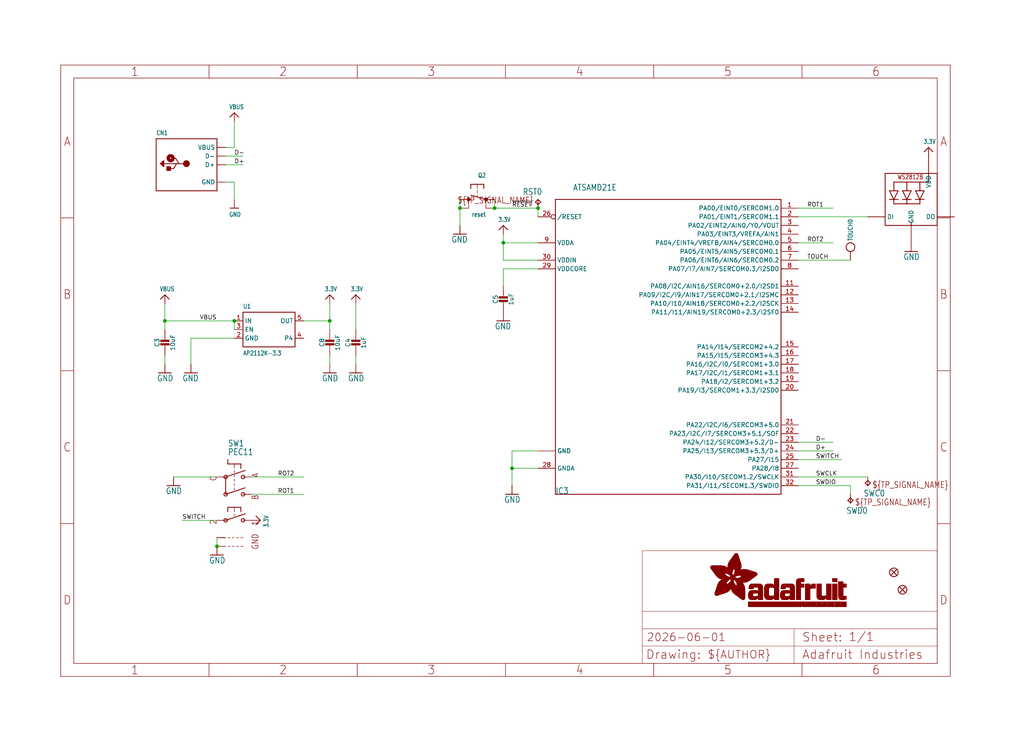
<source format=kicad_sch>
(kicad_sch (version 20230121) (generator eeschema)
  (paper "User" 299.72 217.322)
  (lib_symbols
    (symbol "working-eagle-import:3.3V" (power)
      (property "Value" "3.3V" (at -1.524 1.016 0))
      (symbol "3.3V_1_0"
        (pin power_in line (at 0 -2.54 90) (length 2.54) (name "3.3V") (number "1"))
      )
    )
    (symbol "working-eagle-import:ATSAMD21E"
      (property "Reference" "IC" (at -35.56 -43.18 0))
      (symbol "ATSAMD21E_1_0"
        (pin bidirectional line (at 35.56 40.64 180) (length 5.08) (name "PA00/EINT0/SERCOM1.0") (number "1"))
        (pin power_in line (at -40.64 -30.48 0) (length 5.08) (name "GND") (number "10"))
        (pin bidirectional line (at 35.56 17.78 180) (length 5.08) (name "PA08/I2C/AIN16/SERCOM0+2.0/I2SD1") (number "11"))
        (pin bidirectional line (at 35.56 15.24 180) (length 5.08) (name "PA09/I2C/I9/AIN17/SERCOM0+2.1/I2SMC") (number "12"))
        (pin bidirectional line (at 35.56 12.7 180) (length 5.08) (name "PA10/I10/AIN18/SERCOM0+2.2/I2SCK") (number "13"))
        (pin bidirectional line (at 35.56 10.16 180) (length 5.08) (name "PA11/I11/AIN19/SERCOM0+2.3/I2SF0") (number "14"))
        (pin bidirectional line (at 35.56 0 180) (length 5.08) (name "PA14/I14/SERCOM2+4.2") (number "15"))
        (pin bidirectional line (at 35.56 -2.54 180) (length 5.08) (name "PA15/I15/SERCOM3+4.3") (number "16"))
        (pin bidirectional line (at 35.56 -5.08 180) (length 5.08) (name "PA16/I2C/I0/SERCOM1+3.0") (number "17"))
        (pin bidirectional line (at 35.56 -7.62 180) (length 5.08) (name "PA17/I2C/I1/SERCOM1+3.1") (number "18"))
        (pin bidirectional line (at 35.56 -10.16 180) (length 5.08) (name "PA18/I2/SERCOM1+3.2") (number "19"))
        (pin bidirectional line (at 35.56 38.1 180) (length 5.08) (name "PA01/EINT1/SERCOM1.1") (number "2"))
        (pin bidirectional line (at 35.56 -12.7 180) (length 5.08) (name "PA19/I3/SERCOM1+3.3/I2SD0") (number "20"))
        (pin bidirectional line (at 35.56 -22.86 180) (length 5.08) (name "PA22/I2C/I6/SERCOM3+5.0") (number "21"))
        (pin bidirectional line (at 35.56 -25.4 180) (length 5.08) (name "PA23/I2C/I7/SERCOM3+5.1/SOF") (number "22"))
        (pin bidirectional line (at 35.56 -27.94 180) (length 5.08) (name "PA24/I12/SERCOM3+5.2/D-") (number "23"))
        (pin bidirectional line (at 35.56 -30.48 180) (length 5.08) (name "PA25/I13/SERCOM3+5.3/D+") (number "24"))
        (pin bidirectional line (at 35.56 -33.02 180) (length 5.08) (name "PA27/I15") (number "25"))
        (pin bidirectional inverted (at -40.64 38.1 0) (length 5.08) (name "/RESET") (number "26"))
        (pin bidirectional line (at 35.56 -35.56 180) (length 5.08) (name "PA28/I8") (number "27"))
        (pin power_in line (at -40.64 -35.56 0) (length 5.08) (name "GNDA") (number "28"))
        (pin power_in line (at -40.64 22.86 0) (length 5.08) (name "VDDCORE") (number "29"))
        (pin bidirectional line (at 35.56 35.56 180) (length 5.08) (name "PA02/EINT2/AIN0/Y0/VOUT") (number "3"))
        (pin power_in line (at -40.64 25.4 0) (length 5.08) (name "VDDIN") (number "30"))
        (pin bidirectional line (at 35.56 -38.1 180) (length 5.08) (name "PA30/I10/SECOM1.2/SWCLK") (number "31"))
        (pin bidirectional line (at 35.56 -40.64 180) (length 5.08) (name "PA31/I11/SECOM1.3/SWDIO") (number "32"))
        (pin power_in line (at -40.64 -30.48 0) (length 5.08) (name "GND") (number "33"))
        (pin bidirectional line (at 35.56 33.02 180) (length 5.08) (name "PA03/EINT3/VREFA/AIN1") (number "4"))
        (pin bidirectional line (at 35.56 30.48 180) (length 5.08) (name "PA04/EINT4/VREFB/AIN4/SERCOM0.0") (number "5"))
        (pin bidirectional line (at 35.56 27.94 180) (length 5.08) (name "PA05/EINT5/AIN5/SERCOM0.1") (number "6"))
        (pin bidirectional line (at 35.56 25.4 180) (length 5.08) (name "PA06/EINT6/AIN6/SERCOM0.2") (number "7"))
        (pin bidirectional line (at 35.56 22.86 180) (length 5.08) (name "PA07/I7/AIN7/SERCOM0.3/I2SD0") (number "8"))
        (pin power_in line (at -40.64 30.48 0) (length 5.08) (name "VDDA") (number "9"))
      )
    )
    (symbol "working-eagle-import:CAP_CERAMIC0603_NO"
      (property "Reference" "C" (at -2.29 1.25 90))
      (symbol "CAP_CERAMIC0603_NO_1_0"
        (pin passive line (at 0 5.08 270) (length 2.54) (name "1") (number "1"))
        (pin passive line (at 0 -2.54 90) (length 2.54) (name "2") (number "2"))
      )
    )
    (symbol "working-eagle-import:CAP_CERAMIC0805-NOOUTLINE"
      (property "Reference" "C" (at -2.29 1.25 90))
      (symbol "CAP_CERAMIC0805-NOOUTLINE_1_0"
        (pin passive line (at 0 5.08 270) (length 2.54) (name "1") (number "1"))
        (pin passive line (at 0 -2.54 90) (length 2.54) (name "2") (number "2"))
      )
    )
    (symbol "working-eagle-import:ENCODER_PLUS_SWITCH_PEC11"
      (property "Reference" "SW" (at -1.905 13.97 0))
      (symbol "ENCODER_PLUS_SWITCH_PEC11_1_0"
        (text "1" (at 5.08 -7.62 900) (effects (font (size 1.778 1.5113)) (justify right top)))
        (text "2" (at -5.08 -8.89 900) (effects (font (size 1.778 1.5113)) (justify left bottom)))
        (text "A" (at 5.08 6.35 900) (effects (font (size 1.778 1.5113)) (justify right top)))
        (text "B" (at 5.08 0 900) (effects (font (size 1.778 1.5113)) (justify right top)))
        (text "C" (at -5.08 3.81 900) (effects (font (size 1.778 1.5113)) (justify left bottom)))
        (text "GND" (at 5.08 -11.43 900) (effects (font (size 1.778 1.5113)) (justify right top)))
        (pin passive line (at 5.08 -7.62 180) (length 2.54) (name "P$1") (number "P$1"))
        (pin passive line (at -5.08 -7.62 0) (length 2.54) (name "P$2") (number "P$2"))
        (pin passive line (at 5.08 5.08 180) (length 2.54) (name "P$A") (number "P$A"))
        (pin passive line (at 5.08 0 180) (length 2.54) (name "P$B") (number "P$B"))
        (pin passive line (at -5.08 5.08 0) (length 2.54) (name "P$C") (number "P$C"))
        (pin passive line (at -5.08 -12.7 0) (length 2.54) (name "P$GND1") (number "P$GND1"))
        (pin passive line (at -5.08 -15.24 0) (length 2.54) (name "P$GND2") (number "P$GND2"))
      )
    )
    (symbol "working-eagle-import:FIDUCIAL_1MM")
    (symbol "working-eagle-import:FRAME_A4_ADAFRUIT"
      (symbol "FRAME_A4_ADAFRUIT_1_0"
        (text "${#}/${##}" (at 230.505 10.16 0) (effects (font (size 2.54 2.54)) (justify left bottom)))
        (text "${AUTHOR}" (at 189.23 5.08 0) (effects (font (size 2.286 2.286)) (justify left bottom)))
        (text "${CURRENT_DATE}" (at 171.45 10.16 0) (effects (font (size 2.286 2.286)) (justify left bottom)))
        (text "${PROJECTNAME}" (at 171.45 15.24 0) (effects (font (size 2.54 2.54)) (justify left bottom)))
        (text "1" (at 21.6958 1.905 0) (effects (font (size 2.54 2.286))))
        (text "1" (at 21.6958 177.165 0) (effects (font (size 2.54 2.286))))
        (text "2" (at 65.0875 1.905 0) (effects (font (size 2.54 2.286))))
        (text "2" (at 65.0875 177.165 0) (effects (font (size 2.54 2.286))))
        (text "3" (at 108.4792 1.905 0) (effects (font (size 2.54 2.286))))
        (text "3" (at 108.4792 177.165 0) (effects (font (size 2.54 2.286))))
        (text "4" (at 151.8708 1.905 0) (effects (font (size 2.54 2.286))))
        (text "4" (at 151.8708 177.165 0) (effects (font (size 2.54 2.286))))
        (text "5" (at 195.2625 1.905 0) (effects (font (size 2.54 2.286))))
        (text "5" (at 195.2625 177.165 0) (effects (font (size 2.54 2.286))))
        (text "6" (at 238.6542 1.905 0) (effects (font (size 2.54 2.286))))
        (text "6" (at 238.6542 177.165 0) (effects (font (size 2.54 2.286))))
        (text "A" (at 1.905 156.6863 0) (effects (font (size 2.54 2.286))))
        (text "A" (at 258.445 156.6863 0) (effects (font (size 2.54 2.286))))
        (text "Adafruit Industries" (at 216.916 4.953 0) (effects (font (size 2.54 2.54)) (justify left bottom)))
        (text "B" (at 1.905 111.9188 0) (effects (font (size 2.54 2.286))))
        (text "B" (at 258.445 111.9188 0) (effects (font (size 2.54 2.286))))
        (text "C" (at 1.905 67.1513 0) (effects (font (size 2.54 2.286))))
        (text "C" (at 258.445 67.1513 0) (effects (font (size 2.54 2.286))))
        (text "D" (at 1.905 22.3838 0) (effects (font (size 2.54 2.286))))
        (text "D" (at 258.445 22.3838 0) (effects (font (size 2.54 2.286))))
        (text "Drawing:" (at 171.196 4.953 0) (effects (font (size 2.54 2.54)) (justify left bottom)))
        (text "Sheet:" (at 216.916 10.033 0) (effects (font (size 2.54 2.54)) (justify left bottom)))
      )
    )
    (symbol "working-eagle-import:GND" (power)
      (property "Value" "GND" (at -1.524 -2.54 0))
      (symbol "GND_1_0"
        (pin power_in line (at 0 2.54 270) (length 2.54) (name "GND") (number "1"))
      )
    )
    (symbol "working-eagle-import:SWITCH_TACT_SMT4.6X2.8"
      (property "Reference" "SW" (at -2.54 6.35 0))
      (symbol "SWITCH_TACT_SMT4.6X2.8_1_0"
        (pin passive line (at -5.08 0 0) (length 2.54) (name "P") (number "A"))
        (pin passive line (at -5.08 -2.54 0) (length 2.54) (name "P1") (number "A'"))
        (pin passive line (at 5.08 0 180) (length 2.54) (name "S") (number "B"))
        (pin passive line (at 5.08 -2.54 180) (length 2.54) (name "S1") (number "B'"))
      )
    )
    (symbol "working-eagle-import:TESTPOINTPAD1MM"
      (property "Reference" "TP" (at 0 5.588 90))
      (symbol "TESTPOINTPAD1MM_1_0"
        (pin bidirectional line (at 0 0 90) (length 2.54) (name "P$1") (number "P$1"))
      )
    )
    (symbol "working-eagle-import:TPTP16R"
      (property "Reference" "TP" (at -1.27 1.27 0))
      (symbol "TPTP16R_1_0"
        (text "${TP_SIGNAL_NAME}" (at 1.27 -1.27 0) (effects (font (size 1.778 1.5113)) (justify left bottom)))
        (pin input line (at 0 -2.54 90) (length 2.54) (name "TP") (number "TP"))
      )
    )
    (symbol "working-eagle-import:USB_TYPEAPCB"
      (property "Reference" "X" (at -10.16 8.636 0))
      (symbol "USB_TYPEAPCB_1_0"
        (pin power_in line (at 10.16 -5.08 180) (length 2.54) (name "GND") (number "GND"))
        (pin bidirectional line (at 10.16 2.54 180) (length 2.54) (name "D-") (number "USB_NEG"))
        (pin bidirectional line (at 10.16 0 180) (length 2.54) (name "D+") (number "USB_PLUS"))
        (pin power_in line (at 10.16 5.08 180) (length 2.54) (name "VBUS") (number "VCC"))
      )
    )
    (symbol "working-eagle-import:VBUS" (power)
      (property "Value" "VBUS" (at -1.524 1.016 0))
      (symbol "VBUS_1_0"
        (pin power_in line (at 0 -2.54 90) (length 2.54) (name "VBUS") (number "1"))
      )
    )
    (symbol "working-eagle-import:VREG_SOT23-5"
      (property "Reference" "U" (at -7.62 6.096 0))
      (symbol "VREG_SOT23-5_1_0"
        (pin power_in line (at -10.16 2.54 0) (length 2.54) (name "IN") (number "1"))
        (pin power_in line (at -10.16 -2.54 0) (length 2.54) (name "GND") (number "2"))
        (pin input line (at -10.16 0 0) (length 2.54) (name "EN") (number "3"))
        (pin bidirectional line (at 10.16 -2.54 180) (length 2.54) (name "P4") (number "4"))
        (pin power_in line (at 10.16 2.54 180) (length 2.54) (name "OUT") (number "5"))
      )
    )
    (symbol "working-eagle-import:WS2812B_SK6805_1515"
      (symbol "WS2812B_SK6805_1515_1_0"
        (text "WS2812B" (at -4.064 8.382 0) (effects (font (size 1.27 1.0795)) (justify left bottom)))
        (pin input line (at -12.7 -2.54 0) (length 5.08) (name "DI") (number "1"))
        (pin power_in line (at 5.08 15.24 270) (length 5.08) (name "VDD") (number "2"))
        (pin output line (at 12.7 -2.54 180) (length 5.08) (name "DO") (number "3"))
        (pin power_in line (at 0 -10.16 90) (length 5.08) (name "GND") (number "4"))
      )
    )
    (symbol "working-eagle-import:supply1_GND" (power)
      (property "Value" "supply1_GND" (at -2.54 -2.54 0))
      (symbol "supply1_GND_1_0"
        (pin power_in line (at 0 2.54 270) (length 2.54) (name "GND") (number "1"))
      )
    )
  )
  (junction (at 144.78 60.96))
  (junction (at 63.5 160.02))
  (junction (at 157.48 60.96))
  (junction (at 68.58 93.98))
  (junction (at 149.86 137.16))
  (junction (at 48.26 93.98))
  (junction (at 96.52 93.98))
  (junction (at 147.32 71.12))
  (junction (at 134.62 60.96))
  (wire (pts (xy 157.48 137.16) (xy 149.86 137.16)) (stroke (width 0.1524)))
  (wire (pts (xy 48.26 93.98) (xy 68.58 93.98)) (stroke (width 0.1524)))
  (wire (pts (xy 73.66 139.7) (xy 88.9 139.7)) (stroke (width 0.1524)))
  (wire (pts (xy 248.92 142.24) (xy 248.92 144.78)) (stroke (width 0.1524)))
  (wire (pts (xy 144.78 60.96) (xy 157.48 60.96)) (stroke (width 0.1524)))
  (wire (pts (xy 233.68 129.54) (xy 243.84 129.54)) (stroke (width 0.1524)))
  (wire (pts (xy 157.48 132.08) (xy 149.86 132.08)) (stroke (width 0.1524)))
  (wire (pts (xy 48.26 93.98) (xy 48.26 88.9)) (stroke (width 0.1524)))
  (wire (pts (xy 68.58 96.52) (xy 68.58 93.98)) (stroke (width 0.1524)))
  (wire (pts (xy 144.78 60.96) (xy 144.78 58.42)) (stroke (width 0.1524)))
  (wire (pts (xy 104.14 88.9) (xy 104.14 96.52)) (stroke (width 0.1524)))
  (wire (pts (xy 157.48 76.2) (xy 147.32 76.2)) (stroke (width 0.1524)))
  (wire (pts (xy 157.48 60.96) (xy 157.48 63.5)) (stroke (width 0.1524)))
  (wire (pts (xy 96.52 106.68) (xy 96.52 104.14)) (stroke (width 0.1524)))
  (wire (pts (xy 66.04 48.26) (xy 71.12 48.26)) (stroke (width 0.1524)))
  (wire (pts (xy 157.48 71.12) (xy 147.32 71.12)) (stroke (width 0.1524)))
  (wire (pts (xy 68.58 53.34) (xy 68.58 58.42)) (stroke (width 0.1524)))
  (wire (pts (xy 96.52 93.98) (xy 96.52 96.52)) (stroke (width 0.1524)))
  (wire (pts (xy 233.68 71.12) (xy 243.84 71.12)) (stroke (width 0.1524)))
  (wire (pts (xy 233.68 134.62) (xy 246.38 134.62)) (stroke (width 0.1524)))
  (wire (pts (xy 149.86 132.08) (xy 149.86 137.16)) (stroke (width 0.1524)))
  (wire (pts (xy 48.26 106.68) (xy 48.26 104.14)) (stroke (width 0.1524)))
  (wire (pts (xy 68.58 35.56) (xy 68.58 43.18)) (stroke (width 0.1524)))
  (wire (pts (xy 147.32 71.12) (xy 147.32 68.58)) (stroke (width 0.1524)))
  (wire (pts (xy 63.5 160.02) (xy 63.5 157.48)) (stroke (width 0.1524)))
  (wire (pts (xy 233.68 139.7) (xy 254 139.7)) (stroke (width 0.1524)))
  (wire (pts (xy 233.68 76.2) (xy 248.92 76.2)) (stroke (width 0.1524)))
  (wire (pts (xy 73.66 144.78) (xy 88.9 144.78)) (stroke (width 0.1524)))
  (wire (pts (xy 96.52 88.9) (xy 96.52 93.98)) (stroke (width 0.1524)))
  (wire (pts (xy 147.32 76.2) (xy 147.32 71.12)) (stroke (width 0.1524)))
  (wire (pts (xy 134.62 58.42) (xy 134.62 60.96)) (stroke (width 0.1524)))
  (wire (pts (xy 68.58 99.06) (xy 55.88 99.06)) (stroke (width 0.1524)))
  (wire (pts (xy 66.04 45.72) (xy 71.12 45.72)) (stroke (width 0.1524)))
  (wire (pts (xy 48.26 96.52) (xy 48.26 93.98)) (stroke (width 0.1524)))
  (wire (pts (xy 63.5 139.7) (xy 50.8 139.7)) (stroke (width 0.1524)))
  (wire (pts (xy 233.68 142.24) (xy 248.92 142.24)) (stroke (width 0.1524)))
  (wire (pts (xy 147.32 78.74) (xy 147.32 83.82)) (stroke (width 0.1524)))
  (wire (pts (xy 66.04 43.18) (xy 68.58 43.18)) (stroke (width 0.1524)))
  (wire (pts (xy 96.52 93.98) (xy 88.9 93.98)) (stroke (width 0.1524)))
  (wire (pts (xy 243.84 132.08) (xy 233.68 132.08)) (stroke (width 0.1524)))
  (wire (pts (xy 63.5 152.4) (xy 53.34 152.4)) (stroke (width 0.1524)))
  (wire (pts (xy 66.04 53.34) (xy 68.58 53.34)) (stroke (width 0.1524)))
  (wire (pts (xy 134.62 66.04) (xy 134.62 60.96)) (stroke (width 0.1524)))
  (wire (pts (xy 233.68 63.5) (xy 254 63.5)) (stroke (width 0.1524)))
  (wire (pts (xy 55.88 99.06) (xy 55.88 106.68)) (stroke (width 0.1524)))
  (wire (pts (xy 149.86 137.16) (xy 149.86 142.24)) (stroke (width 0.1524)))
  (wire (pts (xy 104.14 106.68) (xy 104.14 104.14)) (stroke (width 0.1524)))
  (wire (pts (xy 157.48 78.74) (xy 147.32 78.74)) (stroke (width 0.1524)))
  (wire (pts (xy 233.68 60.96) (xy 243.84 60.96)) (stroke (width 0.1524)))
  (label "D+" (at 68.58 48.26 0) (effects (font (size 1.2446 1.2446))))
  (label "ROT1" (at 236.22 60.96 0) (effects (font (size 1.2446 1.2446))))
  (label "ROT1" (at 81.28 144.78 0) (effects (font (size 1.2446 1.2446))))
  (label "TOUCH" (at 236.22 76.2 0) (effects (font (size 1.2446 1.2446))))
  (label "ROT2" (at 236.22 71.12 0) (effects (font (size 1.2446 1.2446))))
  (label "SWITCH" (at 53.34 152.4 0) (effects (font (size 1.2446 1.2446))))
  (label "SWCLK" (at 238.76 139.7 0) (effects (font (size 1.2446 1.2446))))
  (label "D+" (at 238.76 132.08 0) (effects (font (size 1.2446 1.2446))))
  (label "VBUS" (at 58.42 93.98 0) (effects (font (size 1.2446 1.2446))))
  (label "D-" (at 68.58 45.72 0) (effects (font (size 1.2446 1.2446))))
  (label "SWITCH" (at 238.76 134.62 0) (effects (font (size 1.2446 1.2446))))
  (label "~{RESET}" (at 149.86 60.96 0) (effects (font (size 1.2446 1.2446))))
  (label "ROT2" (at 81.28 139.7 0) (effects (font (size 1.2446 1.2446))))
  (label "SWDIO" (at 238.76 142.24 0) (effects (font (size 1.2446 1.2446))))
  (label "D-" (at 238.76 129.54 0) (effects (font (size 1.2446 1.2446))))
  (symbol (lib_id "working-eagle-import:supply1_GND") (at 134.62 68.58 0) (unit 1)
    (property "Reference" "#GND14" (effects hide))
    (property "Value" "GND" (at 132.08 71.12 0) (effects (font (size 1.778 1.5113)) (justify left bottom)))
  )
  (symbol (lib_id "working-eagle-import:CAP_CERAMIC0805-NOOUTLINE") (at 48.26 101.6 0) (unit 1)
    (property "Reference" "C3" (at 45.97 100.35 90))
    (property "Value" "10uF" (at 50.56 100.35 90))
    (property "Footprint" "working:0805-NO" (effects hide))
  )
  (symbol (lib_id "working-eagle-import:supply1_GND") (at 50.8 142.24 0) (mirror y) (unit 1)
    (property "Reference" "#GND4" (effects hide))
    (property "Value" "GND" (at 53.34 144.78 0) (effects (font (size 1.778 1.5113)) (justify left bottom)))
  )
  (symbol (lib_id "working-eagle-import:VREG_SOT23-5") (at 78.74 96.52 0) (unit 1)
    (property "Reference" "U1" (at 71.12 90.424 0) (effects (font (size 1.27 1.0795)) (justify left bottom)))
    (property "Value" "AP2112K-3.3" (at 71.12 104.14 0) (effects (font (size 1.27 1.0795)) (justify left bottom)))
    (property "Footprint" "working:SOT23-5" (effects hide))
  )
  (symbol (lib_id "working-eagle-import:CAP_CERAMIC0603_NO") (at 147.32 88.9 0) (unit 1)
    (property "Reference" "C5" (at 145.03 87.65 90))
    (property "Value" "1uF" (at 149.62 87.65 90))
    (property "Footprint" "working:0603-NO" (effects hide))
  )
  (symbol (lib_id "working-eagle-import:SWITCH_TACT_SMT4.6X2.8") (at 139.7 58.42 0) (mirror y) (unit 1)
    (property "Reference" "Q2" (at 142.24 52.07 0) (effects (font (size 1.27 1.0795)) (justify left bottom)))
    (property "Value" "reset" (at 142.24 63.5 0) (effects (font (size 1.27 1.0795)) (justify left bottom)))
    (property "Footprint" "working:BTN_KMR2_4.6X2.8" (effects hide))
  )
  (symbol (lib_id "working-eagle-import:supply1_GND") (at 149.86 144.78 0) (mirror y) (unit 1)
    (property "Reference" "#GND18" (effects hide))
    (property "Value" "GND" (at 152.4 147.32 0) (effects (font (size 1.778 1.5113)) (justify left bottom)))
  )
  (symbol (lib_id "working-eagle-import:3.3V") (at 104.14 86.36 0) (unit 1)
    (property "Reference" "#U$20" (effects hide))
    (property "Value" "3.3V" (at 102.616 85.344 0) (effects (font (size 1.27 1.0795)) (justify left bottom)))
  )
  (symbol (lib_id "working-eagle-import:FIDUCIAL_1MM") (at 264.16 172.72 0) (unit 1)
    (property "Reference" "FID2" (effects hide))
    (property "Value" "FIDUCIAL_1MM" (effects hide))
    (property "Footprint" "working:FIDUCIAL_1MM" (effects hide))
  )
  (symbol (lib_id "working-eagle-import:GND") (at 68.58 60.96 0) (unit 1)
    (property "Reference" "#U$2" (effects hide))
    (property "Value" "GND" (at 67.056 63.5 0) (effects (font (size 1.27 1.0795)) (justify left bottom)))
  )
  (symbol (lib_id "working-eagle-import:TESTPOINTPAD1MM") (at 248.92 76.2 0) (unit 1)
    (property "Reference" "TOUCH0" (at 248.92 70.612 90) (effects (font (size 1.27 1.0795)) (justify left)))
    (property "Value" "TESTPOINTPAD1MM" (effects hide))
    (property "Footprint" "working:TESTPOINT_PAD_1MM" (effects hide))
  )
  (symbol (lib_id "working-eagle-import:3.3V") (at 96.52 86.36 0) (unit 1)
    (property "Reference" "#U$17" (effects hide))
    (property "Value" "3.3V" (at 94.996 85.344 0) (effects (font (size 1.27 1.0795)) (justify left bottom)))
  )
  (symbol (lib_id "working-eagle-import:supply1_GND") (at 96.52 109.22 0) (mirror y) (unit 1)
    (property "Reference" "#GND12" (effects hide))
    (property "Value" "GND" (at 99.06 111.76 0) (effects (font (size 1.778 1.5113)) (justify left bottom)))
  )
  (symbol (lib_id "working-eagle-import:3.3V") (at 147.32 66.04 0) (unit 1)
    (property "Reference" "#U$18" (effects hide))
    (property "Value" "3.3V" (at 145.796 65.024 0) (effects (font (size 1.27 1.0795)) (justify left bottom)))
  )
  (symbol (lib_id "working-eagle-import:VBUS") (at 68.58 33.02 0) (unit 1)
    (property "Reference" "#U$15" (effects hide))
    (property "Value" "VBUS" (at 67.056 32.004 0) (effects (font (size 1.27 1.0795)) (justify left bottom)))
  )
  (symbol (lib_id "working-eagle-import:3.3V") (at 76.2 152.4 270) (unit 1)
    (property "Reference" "#U$4" (effects hide))
    (property "Value" "3.3V" (at 77.216 150.876 0) (effects (font (size 1.27 1.0795)) (justify left bottom)))
  )
  (symbol (lib_id "working-eagle-import:supply1_GND") (at 55.88 109.22 0) (unit 1)
    (property "Reference" "#GND11" (effects hide))
    (property "Value" "GND" (at 53.34 111.76 0) (effects (font (size 1.778 1.5113)) (justify left bottom)))
  )
  (symbol (lib_id "working-eagle-import:USB_TYPEAPCB") (at 55.88 48.26 0) (unit 1)
    (property "Reference" "CN1" (at 45.72 39.624 0) (effects (font (size 1.27 1.0795)) (justify left bottom)))
    (property "Value" "USB_TYPEAPCB" (effects hide))
    (property "Footprint" "working:USBA_PCB" (effects hide))
  )
  (symbol (lib_id "working-eagle-import:supply1_GND") (at 48.26 109.22 0) (mirror y) (unit 1)
    (property "Reference" "#GND3" (effects hide))
    (property "Value" "GND" (at 50.8 111.76 0) (effects (font (size 1.778 1.5113)) (justify left bottom)))
  )
  (symbol (lib_id "working-eagle-import:FIDUCIAL_1MM") (at 261.62 167.64 0) (unit 1)
    (property "Reference" "FID1" (effects hide))
    (property "Value" "FIDUCIAL_1MM" (effects hide))
    (property "Footprint" "working:FIDUCIAL_1MM" (effects hide))
  )
  (symbol (lib_id "working-eagle-import:FRAME_A4_ADAFRUIT") (at 17.78 198.12 0) (unit 1)
    (property "Reference" "#U$1" (effects hide))
    (property "Value" "FRAME_A4_ADAFRUIT" (effects hide))
  )
  (symbol (lib_id "working-eagle-import:ATSAMD21E") (at 198.12 101.6 0) (unit 1)
    (property "Reference" "IC3" (at 162.56 144.78 0) (effects (font (size 1.778 1.5113)) (justify left bottom)))
    (property "Value" "ATSAMD21E" (at 167.64 55.88 0) (effects (font (size 1.778 1.5113)) (justify left bottom)))
    (property "Footprint" "working:QFN32_5MM" (effects hide))
  )
  (symbol (lib_id "working-eagle-import:TPTP16R") (at 254 142.24 0) (mirror x) (unit 1)
    (property "Reference" "SWC0" (at 252.73 143.51 0) (effects (font (size 1.778 1.5113)) (justify left bottom)))
    (property "Value" "TPTP16R" (effects hide))
    (property "Footprint" "working:TP16R" (effects hide))
  )
  (symbol (lib_id "working-eagle-import:CAP_CERAMIC0805-NOOUTLINE") (at 96.52 101.6 0) (unit 1)
    (property "Reference" "C8" (at 94.23 100.35 90))
    (property "Value" "10uF" (at 98.82 100.35 90))
    (property "Footprint" "working:0805-NO" (effects hide))
  )
  (symbol (lib_id "working-eagle-import:CAP_CERAMIC0603_NO") (at 104.14 101.6 0) (unit 1)
    (property "Reference" "C4" (at 101.85 100.35 90))
    (property "Value" "1uF" (at 106.44 100.35 90))
    (property "Footprint" "working:0603-NO" (effects hide))
  )
  (symbol (lib_id "working-eagle-import:TPTP16R") (at 157.48 58.42 0) (mirror y) (unit 1)
    (property "Reference" "RST0" (at 158.75 57.15 0) (effects (font (size 1.778 1.5113)) (justify left bottom)))
    (property "Value" "TPTP16R" (effects hide))
    (property "Footprint" "working:TP16R" (effects hide))
  )
  (symbol (lib_id "working-eagle-import:WS2812B_SK6805_1515") (at 266.7 60.96 0) (unit 1)
    (property "Reference" "LED1" (effects hide))
    (property "Value" "WS2812B_SK6805_1515" (effects hide))
    (property "Footprint" "working:SK6805_1515" (effects hide))
  )
  (symbol (lib_id "working-eagle-import:supply1_GND") (at 63.5 162.56 0) (mirror y) (unit 1)
    (property "Reference" "#GND1" (effects hide))
    (property "Value" "GND" (at 66.04 165.1 0) (effects (font (size 1.778 1.5113)) (justify left bottom)))
  )
  (symbol (lib_id "working-eagle-import:supply1_GND") (at 104.14 109.22 0) (mirror y) (unit 1)
    (property "Reference" "#GND5" (effects hide))
    (property "Value" "GND" (at 106.68 111.76 0) (effects (font (size 1.778 1.5113)) (justify left bottom)))
  )
  (symbol (lib_id "working-eagle-import:3.3V") (at 271.78 43.18 0) (unit 1)
    (property "Reference" "#U$3" (effects hide))
    (property "Value" "3.3V" (at 270.256 42.164 0) (effects (font (size 1.27 1.0795)) (justify left bottom)))
  )
  (symbol (lib_id "working-eagle-import:supply1_GND") (at 266.7 73.66 0) (mirror y) (unit 1)
    (property "Reference" "#GND6" (effects hide))
    (property "Value" "GND" (at 269.24 76.2 0) (effects (font (size 1.778 1.5113)) (justify left bottom)))
  )
  (symbol (lib_id "working-eagle-import:supply1_GND") (at 147.32 93.98 0) (unit 1)
    (property "Reference" "#GND7" (effects hide))
    (property "Value" "GND" (at 144.78 96.52 0) (effects (font (size 1.778 1.5113)) (justify left bottom)))
  )
  (symbol (lib_id "working-eagle-import:TPTP16R") (at 248.92 147.32 0) (mirror x) (unit 1)
    (property "Reference" "SWD0" (at 247.65 148.59 0) (effects (font (size 1.778 1.5113)) (justify left bottom)))
    (property "Value" "TPTP16R" (effects hide))
    (property "Footprint" "working:TP16R" (effects hide))
  )
  (symbol (lib_id "working-eagle-import:VBUS") (at 48.26 86.36 0) (unit 1)
    (property "Reference" "#U$13" (effects hide))
    (property "Value" "VBUS" (at 46.736 85.344 0) (effects (font (size 1.27 1.0795)) (justify left bottom)))
  )
  (symbol (lib_id "working-eagle-import:ENCODER_PLUS_SWITCH_PEC11") (at 68.58 144.78 0) (unit 1)
    (property "Reference" "SW1" (at 66.675 130.81 0) (effects (font (size 1.778 1.5113)) (justify left bottom)))
    (property "Value" "PEC11" (at 66.675 133.35 0) (effects (font (size 1.778 1.5113)) (justify left bottom)))
    (property "Footprint" "working:PEC11+SWITCH" (effects hide))
  )
)
</source>
